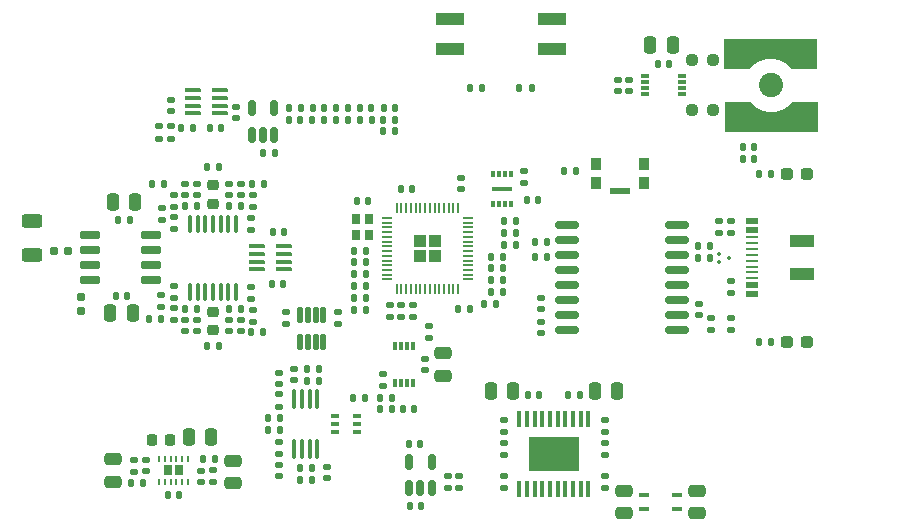
<source format=gtp>
G04 #@! TF.GenerationSoftware,KiCad,Pcbnew,8.0.4-8.0.4-0~ubuntu22.04.1*
G04 #@! TF.CreationDate,2024-08-15T16:32:52-07:00*
G04 #@! TF.ProjectId,harp_lick_detector_capactive,68617270-5f6c-4696-936b-5f6465746563,rev?*
G04 #@! TF.SameCoordinates,PX640a5a0PY7088980*
G04 #@! TF.FileFunction,Paste,Top*
G04 #@! TF.FilePolarity,Positive*
%FSLAX46Y46*%
G04 Gerber Fmt 4.6, Leading zero omitted, Abs format (unit mm)*
G04 Created by KiCad (PCBNEW 8.0.4-8.0.4-0~ubuntu22.04.1) date 2024-08-15 16:32:52*
%MOMM*%
%LPD*%
G01*
G04 APERTURE LIST*
G04 Aperture macros list*
%AMRoundRect*
0 Rectangle with rounded corners*
0 $1 Rounding radius*
0 $2 $3 $4 $5 $6 $7 $8 $9 X,Y pos of 4 corners*
0 Add a 4 corners polygon primitive as box body*
4,1,4,$2,$3,$4,$5,$6,$7,$8,$9,$2,$3,0*
0 Add four circle primitives for the rounded corners*
1,1,$1+$1,$2,$3*
1,1,$1+$1,$4,$5*
1,1,$1+$1,$6,$7*
1,1,$1+$1,$8,$9*
0 Add four rect primitives between the rounded corners*
20,1,$1+$1,$2,$3,$4,$5,0*
20,1,$1+$1,$4,$5,$6,$7,0*
20,1,$1+$1,$6,$7,$8,$9,0*
20,1,$1+$1,$8,$9,$2,$3,0*%
%AMFreePoly0*
4,1,32,6.515355,1.015355,6.530000,0.980000,6.530000,-1.460000,6.515355,-1.495355,6.480000,-1.510000,4.370000,-1.510000,4.334645,-1.495355,4.331733,-1.492182,4.233311,-1.375152,4.010127,-1.166712,3.760982,-0.990846,3.490208,-0.850542,3.202845,-0.748414,2.904254,-0.686366,2.600000,-0.665554,2.295745,-0.686366,1.997154,-0.748414,1.709791,-0.850542,1.439017,-0.990846,1.189872,-1.166712,
0.966688,-1.375152,0.868267,-1.492182,0.834303,-1.509815,0.830000,-1.510000,-1.280000,-1.510000,-1.315355,-1.495355,-1.330000,-1.460000,-1.330000,0.980000,-1.315355,1.015355,-1.280000,1.030000,6.480000,1.030000,6.515355,1.015355,6.515355,1.015355,$1*%
G04 Aperture macros list end*
%ADD10RoundRect,0.140000X-0.140000X-0.170000X0.140000X-0.170000X0.140000X0.170000X-0.140000X0.170000X0*%
%ADD11RoundRect,0.140000X-0.170000X0.140000X-0.170000X-0.140000X0.170000X-0.140000X0.170000X0.140000X0*%
%ADD12RoundRect,0.135000X0.185000X-0.135000X0.185000X0.135000X-0.185000X0.135000X-0.185000X-0.135000X0*%
%ADD13RoundRect,0.135000X-0.135000X-0.185000X0.135000X-0.185000X0.135000X0.185000X-0.135000X0.185000X0*%
%ADD14RoundRect,0.237500X0.287500X0.237500X-0.287500X0.237500X-0.287500X-0.237500X0.287500X-0.237500X0*%
%ADD15RoundRect,0.135000X-0.185000X0.135000X-0.185000X-0.135000X0.185000X-0.135000X0.185000X0.135000X0*%
%ADD16RoundRect,0.140000X0.140000X0.170000X-0.140000X0.170000X-0.140000X-0.170000X0.140000X-0.170000X0*%
%ADD17RoundRect,0.135000X0.135000X0.185000X-0.135000X0.185000X-0.135000X-0.185000X0.135000X-0.185000X0*%
%ADD18RoundRect,0.140000X0.170000X-0.140000X0.170000X0.140000X-0.170000X0.140000X-0.170000X-0.140000X0*%
%ADD19RoundRect,0.250000X-0.475000X0.250000X-0.475000X-0.250000X0.475000X-0.250000X0.475000X0.250000X0*%
%ADD20RoundRect,0.160000X0.160000X-0.197500X0.160000X0.197500X-0.160000X0.197500X-0.160000X-0.197500X0*%
%ADD21R,2.440000X1.120000*%
%ADD22RoundRect,0.100000X-0.562500X-0.100000X0.562500X-0.100000X0.562500X0.100000X-0.562500X0.100000X0*%
%ADD23RoundRect,0.075000X-0.075000X0.075000X-0.075000X-0.075000X0.075000X-0.075000X0.075000X0.075000X0*%
%ADD24RoundRect,0.250000X-0.625000X0.312500X-0.625000X-0.312500X0.625000X-0.312500X0.625000X0.312500X0*%
%ADD25R,0.800000X0.950000*%
%ADD26RoundRect,0.062500X-0.062500X0.187500X-0.062500X-0.187500X0.062500X-0.187500X0.062500X0.187500X0*%
%ADD27RoundRect,0.250000X-0.250000X-0.475000X0.250000X-0.475000X0.250000X0.475000X-0.250000X0.475000X0*%
%ADD28RoundRect,0.225000X0.250000X-0.225000X0.250000X0.225000X-0.250000X0.225000X-0.250000X-0.225000X0*%
%ADD29RoundRect,0.150000X-0.725000X-0.150000X0.725000X-0.150000X0.725000X0.150000X-0.725000X0.150000X0*%
%ADD30R,0.800000X0.300000*%
%ADD31RoundRect,0.250000X-0.292217X0.292217X-0.292217X-0.292217X0.292217X-0.292217X0.292217X0.292217X0*%
%ADD32RoundRect,0.050000X-0.050000X0.387500X-0.050000X-0.387500X0.050000X-0.387500X0.050000X0.387500X0*%
%ADD33RoundRect,0.050000X-0.387500X0.050000X-0.387500X-0.050000X0.387500X-0.050000X0.387500X0.050000X0*%
%ADD34RoundRect,0.237500X-0.250000X-0.237500X0.250000X-0.237500X0.250000X0.237500X-0.250000X0.237500X0*%
%ADD35R,2.000000X1.000000*%
%ADD36R,1.000000X0.520000*%
%ADD37R,1.000000X0.270000*%
%ADD38RoundRect,0.250000X0.250000X0.475000X-0.250000X0.475000X-0.250000X-0.475000X0.250000X-0.475000X0*%
%ADD39R,0.900000X1.000000*%
%ADD40R,1.700000X0.550000*%
%ADD41R,0.800000X0.900000*%
%ADD42RoundRect,0.147500X-0.172500X0.147500X-0.172500X-0.147500X0.172500X-0.147500X0.172500X0.147500X0*%
%ADD43RoundRect,0.100000X-0.100000X0.712500X-0.100000X-0.712500X0.100000X-0.712500X0.100000X0.712500X0*%
%ADD44RoundRect,0.150000X0.875000X0.150000X-0.875000X0.150000X-0.875000X-0.150000X0.875000X-0.150000X0*%
%ADD45R,0.300000X0.800000*%
%ADD46C,2.050000*%
%ADD47FreePoly0,180.000000*%
%ADD48FreePoly0,0.000000*%
%ADD49RoundRect,0.125000X0.125000X-0.537500X0.125000X0.537500X-0.125000X0.537500X-0.125000X-0.537500X0*%
%ADD50RoundRect,0.100000X0.100000X-0.637500X0.100000X0.637500X-0.100000X0.637500X-0.100000X-0.637500X0*%
%ADD51RoundRect,0.100000X0.225000X0.100000X-0.225000X0.100000X-0.225000X-0.100000X0.225000X-0.100000X0*%
%ADD52RoundRect,0.147500X0.147500X0.172500X-0.147500X0.172500X-0.147500X-0.172500X0.147500X-0.172500X0*%
%ADD53R,1.140000X1.200000*%
%ADD54R,0.450000X1.450000*%
%ADD55R,4.200000X3.000000*%
%ADD56RoundRect,0.160000X-0.197500X-0.160000X0.197500X-0.160000X0.197500X0.160000X-0.197500X0.160000X0*%
%ADD57RoundRect,0.225000X-0.225000X-0.250000X0.225000X-0.250000X0.225000X0.250000X-0.225000X0.250000X0*%
%ADD58RoundRect,0.150000X0.150000X-0.512500X0.150000X0.512500X-0.150000X0.512500X-0.150000X-0.512500X0*%
%ADD59R,0.300000X0.600000*%
%ADD60R,1.700000X0.300000*%
%ADD61RoundRect,0.100000X0.350000X0.100000X-0.350000X0.100000X-0.350000X-0.100000X0.350000X-0.100000X0*%
%ADD62RoundRect,0.250000X0.475000X-0.250000X0.475000X0.250000X-0.475000X0.250000X-0.475000X-0.250000X0*%
G04 APERTURE END LIST*
D10*
G04 #@! TO.C,C6*
X39620000Y24600000D03*
X40580000Y24600000D03*
G04 #@! TD*
D11*
G04 #@! TO.C,C30*
X25300000Y31230000D03*
X25300000Y30270000D03*
G04 #@! TD*
D12*
G04 #@! TO.C,R28*
X43600000Y19990000D03*
X43600000Y21010000D03*
G04 #@! TD*
D13*
G04 #@! TO.C,R24*
X22190000Y19800000D03*
X23210000Y19800000D03*
G04 #@! TD*
D14*
G04 #@! TO.C,D1*
X77975000Y17900000D03*
X76225000Y17900000D03*
G04 #@! TD*
D15*
G04 #@! TO.C,R56*
X23070866Y36110000D03*
X23070866Y35090000D03*
G04 #@! TD*
D16*
G04 #@! TO.C,C21*
X20380000Y21800000D03*
X19420000Y21800000D03*
G04 #@! TD*
G04 #@! TO.C,C19*
X49380000Y20700000D03*
X48420000Y20700000D03*
G04 #@! TD*
D12*
G04 #@! TO.C,R40*
X60800000Y8327500D03*
X60800000Y9347500D03*
G04 #@! TD*
D17*
G04 #@! TO.C,R52*
X36010000Y6200000D03*
X34990000Y6200000D03*
G04 #@! TD*
D11*
G04 #@! TO.C,C75*
X38200000Y20380000D03*
X38200000Y19420000D03*
G04 #@! TD*
D12*
G04 #@! TO.C,R44*
X42600000Y19990000D03*
X42600000Y21010000D03*
G04 #@! TD*
D16*
G04 #@! TO.C,C71*
X28350866Y36000000D03*
X27390866Y36000000D03*
G04 #@! TD*
D10*
G04 #@! TO.C,C9*
X51220000Y23100000D03*
X52180000Y23100000D03*
G04 #@! TD*
D15*
G04 #@! TO.C,R73*
X30900000Y22520000D03*
X30900000Y21500000D03*
G04 #@! TD*
D13*
G04 #@! TO.C,R58*
X53590000Y39400000D03*
X54610000Y39400000D03*
G04 #@! TD*
D12*
G04 #@! TO.C,R67*
X31000000Y29290000D03*
X31000000Y30310000D03*
G04 #@! TD*
D13*
G04 #@! TO.C,R62*
X34990000Y7200000D03*
X36010000Y7200000D03*
G04 #@! TD*
D18*
G04 #@! TO.C,C61*
X29600000Y36820000D03*
X29600000Y37780000D03*
G04 #@! TD*
G04 #@! TO.C,C27*
X48500000Y5520000D03*
X48500000Y6480000D03*
G04 #@! TD*
D13*
G04 #@! TO.C,R66*
X28990000Y29350000D03*
X30010000Y29350000D03*
G04 #@! TD*
D11*
G04 #@! TO.C,C38*
X33200000Y15280000D03*
X33200000Y14320000D03*
G04 #@! TD*
D19*
G04 #@! TO.C,C45*
X62400000Y5250000D03*
X62400000Y3350000D03*
G04 #@! TD*
D20*
G04 #@! TO.C,R59*
X16500000Y20502500D03*
X16500000Y21697500D03*
G04 #@! TD*
D18*
G04 #@! TO.C,C66*
X33800000Y19420000D03*
X33800000Y20380000D03*
G04 #@! TD*
D17*
G04 #@! TO.C,R26*
X26310000Y20650000D03*
X25290000Y20650000D03*
G04 #@! TD*
D13*
G04 #@! TO.C,R75*
X39590000Y20600000D03*
X40610000Y20600000D03*
G04 #@! TD*
G04 #@! TO.C,R60*
X39590000Y22600000D03*
X40610000Y22600000D03*
G04 #@! TD*
D15*
G04 #@! TO.C,R38*
X60800000Y11247500D03*
X60800000Y10227500D03*
G04 #@! TD*
D21*
G04 #@! TO.C,SW2*
X47695000Y45170000D03*
X47695000Y42630000D03*
X56305000Y42630000D03*
X56305000Y45170000D03*
G04 #@! TD*
D10*
G04 #@! TO.C,C13*
X43520000Y30800000D03*
X44480000Y30800000D03*
G04 #@! TD*
D13*
G04 #@! TO.C,R11*
X51190000Y24100000D03*
X52210000Y24100000D03*
G04 #@! TD*
D10*
G04 #@! TO.C,C60*
X39520000Y13100000D03*
X40480000Y13100000D03*
G04 #@! TD*
G04 #@! TO.C,C8*
X72520000Y33400000D03*
X73480000Y33400000D03*
G04 #@! TD*
D22*
G04 #@! TO.C,U14*
X31362500Y25975000D03*
X31362500Y25325000D03*
X31362500Y24675000D03*
X31362500Y24025000D03*
X33637500Y24025000D03*
X33637500Y24675000D03*
X33637500Y25325000D03*
X33637500Y25975000D03*
G04 #@! TD*
D18*
G04 #@! TO.C,C64*
X37300000Y6320000D03*
X37300000Y7280000D03*
G04 #@! TD*
D23*
G04 #@! TO.C,U2*
X70475000Y25350000D03*
X70475000Y24650000D03*
X71325000Y25000000D03*
G04 #@! TD*
D16*
G04 #@! TO.C,C41*
X24780000Y4900000D03*
X23820000Y4900000D03*
G04 #@! TD*
D12*
G04 #@! TO.C,R29*
X44600000Y19990000D03*
X44600000Y21010000D03*
G04 #@! TD*
D15*
G04 #@! TO.C,R39*
X52300000Y11247500D03*
X52300000Y10227500D03*
G04 #@! TD*
D24*
G04 #@! TO.C,R14*
X12300000Y28150000D03*
X12300000Y25225000D03*
G04 #@! TD*
D16*
G04 #@! TO.C,C28*
X45180000Y9200000D03*
X44220000Y9200000D03*
G04 #@! TD*
D18*
G04 #@! TO.C,C56*
X71500000Y18920000D03*
X71500000Y19880000D03*
G04 #@! TD*
D17*
G04 #@! TO.C,R69*
X28160000Y17500000D03*
X27140000Y17500000D03*
G04 #@! TD*
D25*
G04 #@! TO.C,U11*
X24800000Y7000000D03*
X23800000Y7000000D03*
D26*
X25550000Y7950000D03*
X25050000Y7950000D03*
X24550000Y7950000D03*
X24050000Y7950000D03*
X23550000Y7950000D03*
X23050000Y7950000D03*
X23050000Y6050000D03*
X23550000Y6050000D03*
X24050000Y6050000D03*
X24550000Y6050000D03*
X25050000Y6050000D03*
X25550000Y6050000D03*
G04 #@! TD*
D27*
G04 #@! TO.C,C22*
X19150000Y29700000D03*
X21050000Y29700000D03*
G04 #@! TD*
G04 #@! TO.C,C40*
X25600000Y9800000D03*
X27500000Y9800000D03*
G04 #@! TD*
D18*
G04 #@! TO.C,C54*
X62900000Y39120000D03*
X62900000Y40080000D03*
G04 #@! TD*
D12*
G04 #@! TO.C,R3*
X70500000Y27090000D03*
X70500000Y28110000D03*
G04 #@! TD*
D28*
G04 #@! TO.C,C24*
X27650000Y18875000D03*
X27650000Y20425000D03*
G04 #@! TD*
D13*
G04 #@! TO.C,R54*
X24960866Y36000000D03*
X25980866Y36000000D03*
G04 #@! TD*
D29*
G04 #@! TO.C,U7*
X17225000Y26905000D03*
X17225000Y25635000D03*
X17225000Y24365000D03*
X17225000Y23095000D03*
X22375000Y23095000D03*
X22375000Y24365000D03*
X22375000Y25635000D03*
X22375000Y26905000D03*
G04 #@! TD*
D30*
G04 #@! TO.C,U1*
X64250000Y40350000D03*
X64250000Y39850000D03*
X64250000Y39350000D03*
X64250000Y38850000D03*
X67350000Y38850000D03*
X67350000Y39350000D03*
X67350000Y39850000D03*
X67350000Y40350000D03*
G04 #@! TD*
D12*
G04 #@! TO.C,R47*
X24350000Y21590000D03*
X24350000Y22610000D03*
G04 #@! TD*
G04 #@! TO.C,R46*
X24350000Y27390000D03*
X24350000Y28410000D03*
G04 #@! TD*
D13*
G04 #@! TO.C,R57*
X49390000Y39400000D03*
X50410000Y39400000D03*
G04 #@! TD*
D31*
G04 #@! TO.C,U4*
X46437500Y26400000D03*
X45162500Y26400000D03*
X46437500Y25125000D03*
X45162500Y25125000D03*
D32*
X48400000Y29200000D03*
X48000000Y29200000D03*
X47600000Y29200000D03*
X47200000Y29200000D03*
X46800000Y29200000D03*
X46400000Y29200000D03*
X46000000Y29200000D03*
X45600000Y29200000D03*
X45200000Y29200000D03*
X44800000Y29200000D03*
X44400000Y29200000D03*
X44000000Y29200000D03*
X43600000Y29200000D03*
X43200000Y29200000D03*
D33*
X42362500Y28362500D03*
X42362500Y27962500D03*
X42362500Y27562500D03*
X42362500Y27162500D03*
X42362500Y26762500D03*
X42362500Y26362500D03*
X42362500Y25962500D03*
X42362500Y25562500D03*
X42362500Y25162500D03*
X42362500Y24762500D03*
X42362500Y24362500D03*
X42362500Y23962500D03*
X42362500Y23562500D03*
X42362500Y23162500D03*
D32*
X43200000Y22325000D03*
X43600000Y22325000D03*
X44000000Y22325000D03*
X44400000Y22325000D03*
X44800000Y22325000D03*
X45200000Y22325000D03*
X45600000Y22325000D03*
X46000000Y22325000D03*
X46400000Y22325000D03*
X46800000Y22325000D03*
X47200000Y22325000D03*
X47600000Y22325000D03*
X48000000Y22325000D03*
X48400000Y22325000D03*
D33*
X49237500Y23162500D03*
X49237500Y23562500D03*
X49237500Y23962500D03*
X49237500Y24362500D03*
X49237500Y24762500D03*
X49237500Y25162500D03*
X49237500Y25562500D03*
X49237500Y25962500D03*
X49237500Y26362500D03*
X49237500Y26762500D03*
X49237500Y27162500D03*
X49237500Y27562500D03*
X49237500Y27962500D03*
X49237500Y28362500D03*
G04 #@! TD*
D18*
G04 #@! TO.C,C3*
X55400000Y20620000D03*
X55400000Y21580000D03*
G04 #@! TD*
D34*
G04 #@! TO.C,R30*
X68187500Y41700000D03*
X70012500Y41700000D03*
G04 #@! TD*
D35*
G04 #@! TO.C,J5*
X77500000Y23600000D03*
X77500000Y26400000D03*
D36*
X73300000Y21900000D03*
X73300000Y22650000D03*
D37*
X73300000Y23250000D03*
X73300000Y24750000D03*
X73300000Y25750000D03*
X73300000Y26750000D03*
D36*
X73300000Y27350000D03*
X73300000Y28100000D03*
X73300000Y28100000D03*
X73300000Y27350000D03*
D37*
X73300000Y26250000D03*
X73300000Y25250000D03*
X73300000Y24250000D03*
X73300000Y23750000D03*
D36*
X73300000Y22650000D03*
X73300000Y21900000D03*
G04 #@! TD*
D38*
G04 #@! TO.C,C23*
X20850000Y20300000D03*
X18950000Y20300000D03*
G04 #@! TD*
D17*
G04 #@! TO.C,R7*
X55910000Y25100000D03*
X54890000Y25100000D03*
G04 #@! TD*
G04 #@! TO.C,R50*
X43080866Y35700000D03*
X42060866Y35700000D03*
G04 #@! TD*
D39*
G04 #@! TO.C,SW1*
X60050000Y31300000D03*
X60050000Y32900000D03*
X64150000Y32900000D03*
X64150000Y31300000D03*
D40*
X62100000Y30675000D03*
G04 #@! TD*
D18*
G04 #@! TO.C,C2*
X68800000Y20120000D03*
X68800000Y21080000D03*
G04 #@! TD*
D17*
G04 #@! TO.C,R17*
X39080866Y36700000D03*
X38060866Y36700000D03*
G04 #@! TD*
D22*
G04 #@! TO.C,U18*
X25933366Y39175000D03*
X25933366Y38525000D03*
X25933366Y37875000D03*
X25933366Y37225000D03*
X28208366Y37225000D03*
X28208366Y37875000D03*
X28208366Y38525000D03*
X28208366Y39175000D03*
G04 #@! TD*
D12*
G04 #@! TO.C,R32*
X27650000Y5990000D03*
X27650000Y7010000D03*
G04 #@! TD*
D41*
G04 #@! TO.C,X1*
X39750000Y28300000D03*
X39750000Y26900000D03*
X40850000Y26900000D03*
X40850000Y28300000D03*
G04 #@! TD*
D16*
G04 #@! TO.C,C52*
X42780000Y13150000D03*
X41820000Y13150000D03*
G04 #@! TD*
D17*
G04 #@! TO.C,R6*
X55910000Y26300000D03*
X54890000Y26300000D03*
G04 #@! TD*
D13*
G04 #@! TO.C,R61*
X39590000Y21600000D03*
X40610000Y21600000D03*
G04 #@! TD*
G04 #@! TO.C,R12*
X73890000Y17900000D03*
X74910000Y17900000D03*
G04 #@! TD*
D16*
G04 #@! TO.C,C50*
X44680000Y12200000D03*
X43720000Y12200000D03*
G04 #@! TD*
D42*
G04 #@! TO.C,D3*
X71500000Y28085000D03*
X71500000Y27115000D03*
G04 #@! TD*
D16*
G04 #@! TO.C,C14*
X53280000Y26100000D03*
X52320000Y26100000D03*
G04 #@! TD*
D18*
G04 #@! TO.C,C44*
X22000000Y6920000D03*
X22000000Y7880000D03*
G04 #@! TD*
D10*
G04 #@! TO.C,C70*
X32620000Y22800000D03*
X33580000Y22800000D03*
G04 #@! TD*
D17*
G04 #@! TO.C,R4*
X69710000Y26000000D03*
X68690000Y26000000D03*
G04 #@! TD*
D14*
G04 #@! TO.C,D2*
X77975000Y32100000D03*
X76225000Y32100000D03*
G04 #@! TD*
D16*
G04 #@! TO.C,C18*
X53280000Y27100000D03*
X52320000Y27100000D03*
G04 #@! TD*
D13*
G04 #@! TO.C,R70*
X30890000Y18700000D03*
X31910000Y18700000D03*
G04 #@! TD*
D10*
G04 #@! TO.C,C10*
X51220000Y22100000D03*
X52180000Y22100000D03*
G04 #@! TD*
D18*
G04 #@! TO.C,C69*
X34500000Y14620000D03*
X34500000Y15580000D03*
G04 #@! TD*
D13*
G04 #@! TO.C,R49*
X32290000Y10410000D03*
X33310000Y10410000D03*
G04 #@! TD*
D12*
G04 #@! TO.C,R27*
X24350000Y29280000D03*
X24350000Y30300000D03*
G04 #@! TD*
G04 #@! TO.C,R18*
X23300000Y28190000D03*
X23300000Y29210000D03*
G04 #@! TD*
D17*
G04 #@! TO.C,R5*
X69710000Y25000000D03*
X68690000Y25000000D03*
G04 #@! TD*
D16*
G04 #@! TO.C,C59*
X45280000Y4000000D03*
X44320000Y4000000D03*
G04 #@! TD*
D15*
G04 #@! TO.C,R72*
X31000000Y20610000D03*
X31000000Y19590000D03*
G04 #@! TD*
D17*
G04 #@! TO.C,R16*
X41080866Y36700000D03*
X40060866Y36700000D03*
G04 #@! TD*
D38*
G04 #@! TO.C,C48*
X53050000Y13737500D03*
X51150000Y13737500D03*
G04 #@! TD*
D12*
G04 #@! TO.C,R23*
X23200000Y20790000D03*
X23200000Y21810000D03*
G04 #@! TD*
D18*
G04 #@! TO.C,C51*
X45600000Y15470000D03*
X45600000Y16430000D03*
G04 #@! TD*
D11*
G04 #@! TO.C,C37*
X69800000Y19880000D03*
X69800000Y18920000D03*
G04 #@! TD*
D18*
G04 #@! TO.C,C74*
X29000000Y18770000D03*
X29000000Y19730000D03*
G04 #@! TD*
D15*
G04 #@! TO.C,R9*
X54000000Y32310000D03*
X54000000Y31290000D03*
G04 #@! TD*
D16*
G04 #@! TO.C,C1*
X55180000Y29900000D03*
X54220000Y29900000D03*
G04 #@! TD*
D11*
G04 #@! TO.C,C31*
X26300000Y31230000D03*
X26300000Y30270000D03*
G04 #@! TD*
D10*
G04 #@! TO.C,C35*
X42090866Y37700000D03*
X43050866Y37700000D03*
G04 #@! TD*
D43*
G04 #@! TO.C,U10*
X36475000Y13012500D03*
X35825000Y13012500D03*
X35175000Y13012500D03*
X34525000Y13012500D03*
X34525000Y8787500D03*
X35175000Y8787500D03*
X35825000Y8787500D03*
X36475000Y8787500D03*
G04 #@! TD*
D13*
G04 #@! TO.C,R53*
X35640000Y15600000D03*
X36660000Y15600000D03*
G04 #@! TD*
D19*
G04 #@! TO.C,C76*
X29300000Y7800000D03*
X29300000Y5900000D03*
G04 #@! TD*
G04 #@! TO.C,C11*
X47100000Y16900000D03*
X47100000Y15000000D03*
G04 #@! TD*
D38*
G04 #@! TO.C,C39*
X66550000Y43000000D03*
X64650000Y43000000D03*
G04 #@! TD*
D12*
G04 #@! TO.C,R41*
X52300000Y8327500D03*
X52300000Y9347500D03*
G04 #@! TD*
D11*
G04 #@! TO.C,C12*
X48600000Y31780000D03*
X48600000Y30820000D03*
G04 #@! TD*
D10*
G04 #@! TO.C,C15*
X39620000Y25600000D03*
X40580000Y25600000D03*
G04 #@! TD*
D44*
G04 #@! TO.C,U3*
X66950000Y18855000D03*
X66950000Y20125000D03*
X66950000Y21395000D03*
X66950000Y22665000D03*
X66950000Y23935000D03*
X66950000Y25205000D03*
X66950000Y26475000D03*
X66950000Y27745000D03*
X57650000Y27745000D03*
X57650000Y26475000D03*
X57650000Y25205000D03*
X57650000Y23935000D03*
X57650000Y22665000D03*
X57650000Y21395000D03*
X57650000Y20125000D03*
X57650000Y18855000D03*
G04 #@! TD*
D10*
G04 #@! TO.C,C46*
X57720000Y13337500D03*
X58680000Y13337500D03*
G04 #@! TD*
G04 #@! TO.C,C55*
X65320000Y41400000D03*
X66280000Y41400000D03*
G04 #@! TD*
D18*
G04 #@! TO.C,C65*
X33200000Y6520000D03*
X33200000Y7480000D03*
G04 #@! TD*
D10*
G04 #@! TO.C,C57*
X38090866Y37700000D03*
X39050866Y37700000D03*
G04 #@! TD*
D11*
G04 #@! TO.C,C26*
X47500000Y6480000D03*
X47500000Y5520000D03*
G04 #@! TD*
D17*
G04 #@! TO.C,R65*
X31960000Y31250000D03*
X30940000Y31250000D03*
G04 #@! TD*
D16*
G04 #@! TO.C,C47*
X55280000Y13337500D03*
X54320000Y13337500D03*
G04 #@! TD*
D45*
G04 #@! TO.C,U13*
X44550000Y17500000D03*
X44050000Y17500000D03*
X43550000Y17500000D03*
X43050000Y17500000D03*
X43050000Y14400000D03*
X43550000Y14400000D03*
X44050000Y14400000D03*
X44550000Y14400000D03*
G04 #@! TD*
D17*
G04 #@! TO.C,R8*
X43080866Y36700000D03*
X42060866Y36700000D03*
G04 #@! TD*
D46*
G04 #@! TO.C,J7*
X74900000Y39600000D03*
D47*
X77500000Y36700000D03*
D48*
X72300000Y42500000D03*
G04 #@! TD*
D49*
G04 #@! TO.C,U15*
X35025000Y17862500D03*
X35675000Y17862500D03*
X36325000Y17862500D03*
X36975000Y17862500D03*
X36975000Y20137500D03*
X36325000Y20137500D03*
X35675000Y20137500D03*
X35025000Y20137500D03*
G04 #@! TD*
D17*
G04 #@! TO.C,R64*
X28160000Y32650000D03*
X27140000Y32650000D03*
G04 #@! TD*
D18*
G04 #@! TO.C,C16*
X45950000Y18220000D03*
X45950000Y19180000D03*
G04 #@! TD*
D50*
G04 #@! TO.C,U6*
X25700000Y22137500D03*
X26350000Y22137500D03*
X27000000Y22137500D03*
X27650000Y22137500D03*
X28300000Y22137500D03*
X28950000Y22137500D03*
X29600000Y22137500D03*
X29600000Y27862500D03*
X28950000Y27862500D03*
X28300000Y27862500D03*
X27650000Y27862500D03*
X27000000Y27862500D03*
X26350000Y27862500D03*
X25700000Y27862500D03*
G04 #@! TD*
D10*
G04 #@! TO.C,C62*
X31890866Y33900000D03*
X32850866Y33900000D03*
G04 #@! TD*
D13*
G04 #@! TO.C,R71*
X28990000Y20650000D03*
X30010000Y20650000D03*
G04 #@! TD*
D12*
G04 #@! TO.C,R37*
X52300000Y5527500D03*
X52300000Y6547500D03*
G04 #@! TD*
D13*
G04 #@! TO.C,R10*
X51190000Y25050000D03*
X52210000Y25050000D03*
G04 #@! TD*
D17*
G04 #@! TO.C,R51*
X33310000Y11410000D03*
X32290000Y11410000D03*
G04 #@! TD*
D18*
G04 #@! TO.C,C34*
X26300000Y18770000D03*
X26300000Y19730000D03*
G04 #@! TD*
D16*
G04 #@! TO.C,C17*
X51580000Y21100000D03*
X50620000Y21100000D03*
G04 #@! TD*
D18*
G04 #@! TO.C,C73*
X30000000Y18770000D03*
X30000000Y19730000D03*
G04 #@! TD*
D13*
G04 #@! TO.C,R13*
X73890000Y32100000D03*
X74910000Y32100000D03*
G04 #@! TD*
D15*
G04 #@! TO.C,R21*
X33200000Y13420000D03*
X33200000Y12400000D03*
G04 #@! TD*
D51*
G04 #@! TO.C,U9*
X39850000Y10260000D03*
X39850000Y10910000D03*
X39850000Y11560000D03*
X37950000Y11560000D03*
X37950000Y10910000D03*
X37950000Y10260000D03*
G04 #@! TD*
D52*
G04 #@! TO.C,D4*
X73485000Y34400000D03*
X72515000Y34400000D03*
G04 #@! TD*
D12*
G04 #@! TO.C,R63*
X33200000Y8400000D03*
X33200000Y9420000D03*
G04 #@! TD*
D15*
G04 #@! TO.C,R2*
X71500000Y23010000D03*
X71500000Y21990000D03*
G04 #@! TD*
D11*
G04 #@! TO.C,C72*
X29000000Y31230000D03*
X29000000Y30270000D03*
G04 #@! TD*
D18*
G04 #@! TO.C,C63*
X24070866Y37420000D03*
X24070866Y38380000D03*
G04 #@! TD*
D10*
G04 #@! TO.C,C20*
X19620000Y28200000D03*
X20580000Y28200000D03*
G04 #@! TD*
D53*
G04 #@! TO.C,U12*
X57900000Y9150000D03*
X56500000Y9150000D03*
X55100000Y9150000D03*
X57900000Y7650000D03*
X56500000Y7650000D03*
X55100000Y7650000D03*
D54*
X59425000Y11350000D03*
X58775000Y11350000D03*
X58125000Y11350000D03*
X57475000Y11350000D03*
X56825000Y11350000D03*
X56175000Y11350000D03*
X55525000Y11350000D03*
X54875000Y11350000D03*
X54225000Y11350000D03*
X53575000Y11350000D03*
X53575000Y5450000D03*
X54225000Y5450000D03*
X54875000Y5450000D03*
X55525000Y5450000D03*
X56175000Y5450000D03*
X56825000Y5450000D03*
X57475000Y5450000D03*
X58125000Y5450000D03*
X58775000Y5450000D03*
X59425000Y5450000D03*
D55*
X56500000Y8400000D03*
G04 #@! TD*
D56*
G04 #@! TO.C,R15*
X14202500Y25600000D03*
X15397500Y25600000D03*
G04 #@! TD*
D19*
G04 #@! TO.C,C67*
X68600000Y5250000D03*
X68600000Y3350000D03*
G04 #@! TD*
D17*
G04 #@! TO.C,R34*
X27810000Y8000000D03*
X26790000Y8000000D03*
G04 #@! TD*
D11*
G04 #@! TO.C,C53*
X61900000Y40080000D03*
X61900000Y39120000D03*
G04 #@! TD*
D57*
G04 #@! TO.C,C42*
X22475000Y9600000D03*
X24025000Y9600000D03*
G04 #@! TD*
D13*
G04 #@! TO.C,R22*
X35640000Y14600000D03*
X36660000Y14600000D03*
G04 #@! TD*
G04 #@! TO.C,R35*
X20690000Y5900000D03*
X21710000Y5900000D03*
G04 #@! TD*
G04 #@! TO.C,R19*
X22490000Y31200000D03*
X23510000Y31200000D03*
G04 #@! TD*
D11*
G04 #@! TO.C,C5*
X55400000Y19580000D03*
X55400000Y18620000D03*
G04 #@! TD*
D15*
G04 #@! TO.C,R55*
X24070866Y36110000D03*
X24070866Y35090000D03*
G04 #@! TD*
D17*
G04 #@! TO.C,R20*
X26310000Y29350000D03*
X25290000Y29350000D03*
G04 #@! TD*
D12*
G04 #@! TO.C,R68*
X30900000Y27380000D03*
X30900000Y28400000D03*
G04 #@! TD*
D34*
G04 #@! TO.C,R31*
X68187500Y37500000D03*
X70012500Y37500000D03*
G04 #@! TD*
D12*
G04 #@! TO.C,R36*
X60800000Y5527500D03*
X60800000Y6547500D03*
G04 #@! TD*
D58*
G04 #@! TO.C,U17*
X30920866Y35362500D03*
X31870866Y35362500D03*
X32820866Y35362500D03*
X32820866Y37637500D03*
X30920866Y37637500D03*
G04 #@! TD*
D11*
G04 #@! TO.C,C43*
X26600000Y6980000D03*
X26600000Y6020000D03*
G04 #@! TD*
D17*
G04 #@! TO.C,R45*
X37080866Y36700000D03*
X36060866Y36700000D03*
G04 #@! TD*
D10*
G04 #@! TO.C,C29*
X32720000Y27200000D03*
X33680000Y27200000D03*
G04 #@! TD*
D28*
G04 #@! TO.C,C25*
X27650000Y29575000D03*
X27650000Y31125000D03*
G04 #@! TD*
D27*
G04 #@! TO.C,C49*
X59950000Y13737500D03*
X61850000Y13737500D03*
G04 #@! TD*
D17*
G04 #@! TO.C,R43*
X42810000Y12150000D03*
X41790000Y12150000D03*
G04 #@! TD*
D13*
G04 #@! TO.C,R25*
X34060866Y37700000D03*
X35080866Y37700000D03*
G04 #@! TD*
G04 #@! TO.C,R74*
X39590000Y23600000D03*
X40610000Y23600000D03*
G04 #@! TD*
D59*
G04 #@! TO.C,U5*
X52850000Y32050000D03*
X52350000Y32050000D03*
X51850000Y32050000D03*
X51350000Y32050000D03*
X51350000Y29550000D03*
X51850000Y29550000D03*
X52350000Y29550000D03*
X52850000Y29550000D03*
D60*
X52100000Y30800000D03*
G04 #@! TD*
D61*
G04 #@! TO.C,L1*
X66900000Y3725000D03*
X66900000Y4875000D03*
X64100000Y4875000D03*
X64100000Y3725000D03*
G04 #@! TD*
D15*
G04 #@! TO.C,R33*
X20950000Y7910000D03*
X20950000Y6890000D03*
G04 #@! TD*
D10*
G04 #@! TO.C,C36*
X40090866Y37700000D03*
X41050866Y37700000D03*
G04 #@! TD*
D15*
G04 #@! TO.C,R48*
X24350000Y20710000D03*
X24350000Y19690000D03*
G04 #@! TD*
D16*
G04 #@! TO.C,C32*
X35050866Y36700000D03*
X34090866Y36700000D03*
G04 #@! TD*
D58*
G04 #@! TO.C,U8*
X44250000Y5462500D03*
X45200000Y5462500D03*
X46150000Y5462500D03*
X46150000Y7737500D03*
X44250000Y7737500D03*
G04 #@! TD*
D62*
G04 #@! TO.C,C77*
X19200000Y6050000D03*
X19200000Y7950000D03*
G04 #@! TD*
D16*
G04 #@! TO.C,C7*
X53280000Y28100000D03*
X52320000Y28100000D03*
G04 #@! TD*
D10*
G04 #@! TO.C,C4*
X39820000Y29800000D03*
X40780000Y29800000D03*
G04 #@! TD*
D18*
G04 #@! TO.C,C33*
X25300000Y18770000D03*
X25300000Y19730000D03*
G04 #@! TD*
D15*
G04 #@! TO.C,R42*
X42000000Y15160000D03*
X42000000Y14140000D03*
G04 #@! TD*
D17*
G04 #@! TO.C,R1*
X58410000Y32300000D03*
X57390000Y32300000D03*
G04 #@! TD*
D11*
G04 #@! TO.C,C68*
X30000000Y31230000D03*
X30000000Y30270000D03*
G04 #@! TD*
D10*
G04 #@! TO.C,C58*
X36090866Y37700000D03*
X37050866Y37700000D03*
G04 #@! TD*
M02*

</source>
